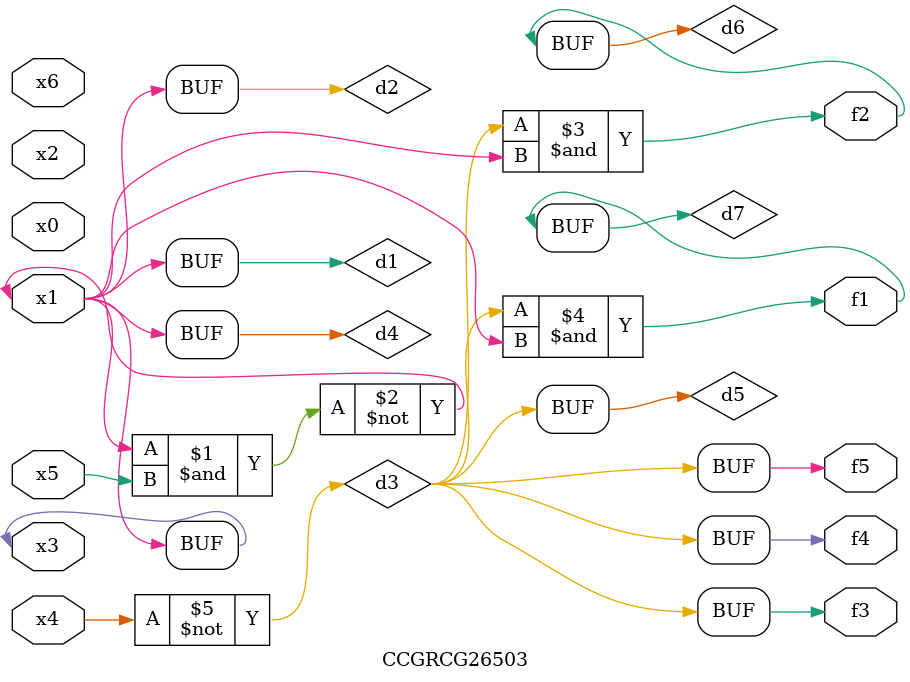
<source format=v>
module CCGRCG26503(
	input x0, x1, x2, x3, x4, x5, x6,
	output f1, f2, f3, f4, f5
);

	wire d1, d2, d3, d4, d5, d6, d7;

	buf (d1, x1, x3);
	nand (d2, x1, x5);
	not (d3, x4);
	buf (d4, d1, d2);
	buf (d5, d3);
	and (d6, d3, d4);
	and (d7, d3, d4);
	assign f1 = d7;
	assign f2 = d6;
	assign f3 = d5;
	assign f4 = d5;
	assign f5 = d5;
endmodule

</source>
